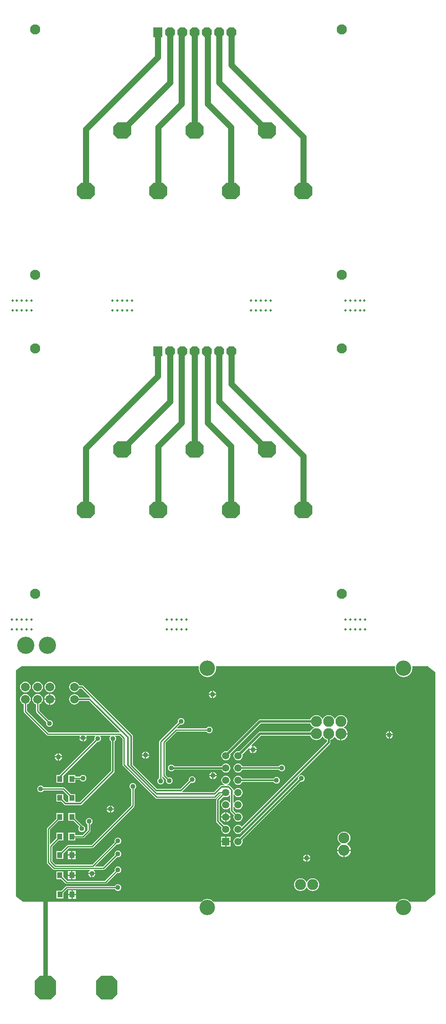
<source format=gtl>
G04*
G04 #@! TF.GenerationSoftware,Altium Limited,Altium Designer,18.0.12 (696)*
G04*
G04 Layer_Physical_Order=1*
G04 Layer_Color=255*
%FSAX24Y24*%
%MOIN*%
G70*
G01*
G75*
%ADD10C,0.0120*%
%ADD14C,0.0100*%
%ADD16C,0.0200*%
%ADD19R,0.0433X0.0492*%
%ADD21C,0.0200*%
%ADD29C,0.1260*%
%ADD35C,0.0350*%
%ADD36C,0.0150*%
%ADD37C,0.0300*%
%ADD38C,0.0500*%
%ADD39C,0.0700*%
%ADD40C,0.0720*%
%ADD41C,0.0900*%
%ADD42C,0.0591*%
%ADD43R,0.0591X0.0591*%
G04:AMPARAMS|DCode=44|XSize=175mil|YSize=195mil|CornerRadius=0mil|HoleSize=0mil|Usage=FLASHONLY|Rotation=0.000|XOffset=0mil|YOffset=0mil|HoleType=Round|Shape=Octagon|*
%AMOCTAGOND44*
4,1,8,-0.0438,0.0975,0.0438,0.0975,0.0875,0.0538,0.0875,-0.0538,0.0438,-0.0975,-0.0438,-0.0975,-0.0875,-0.0538,-0.0875,0.0538,-0.0438,0.0975,0.0*
%
%ADD44OCTAGOND44*%

%ADD45C,0.1400*%
G04:AMPARAMS|DCode=46|XSize=145mil|YSize=135mil|CornerRadius=0mil|HoleSize=0mil|Usage=FLASHONLY|Rotation=0.000|XOffset=0mil|YOffset=0mil|HoleType=Round|Shape=Octagon|*
%AMOCTAGOND46*
4,1,8,0.0725,-0.0338,0.0725,0.0338,0.0388,0.0675,-0.0388,0.0675,-0.0725,0.0338,-0.0725,-0.0338,-0.0388,-0.0675,0.0388,-0.0675,0.0725,-0.0338,0.0*
%
%ADD46OCTAGOND46*%

G04:AMPARAMS|DCode=47|XSize=77mil|YSize=80mil|CornerRadius=0mil|HoleSize=0mil|Usage=FLASHONLY|Rotation=0.000|XOffset=0mil|YOffset=0mil|HoleType=Round|Shape=Octagon|*
%AMOCTAGOND47*
4,1,8,-0.0193,0.0400,0.0193,0.0400,0.0385,0.0208,0.0385,-0.0208,0.0193,-0.0400,-0.0193,-0.0400,-0.0385,-0.0208,-0.0385,0.0208,-0.0193,0.0400,0.0*
%
%ADD47OCTAGOND47*%

%ADD48R,0.0770X0.0800*%
%ADD49C,0.0827*%
%ADD50C,0.0400*%
G36*
X034650Y029789D02*
Y011739D01*
X033836Y011100D01*
X032559D01*
X032547Y011114D01*
X032441Y011201D01*
X032319Y011266D01*
X032187Y011306D01*
X032050Y011320D01*
X031913Y011306D01*
X031781Y011266D01*
X031659Y011201D01*
X031553Y011114D01*
X031541Y011100D01*
X016559D01*
X016547Y011114D01*
X016441Y011201D01*
X016319Y011266D01*
X016187Y011306D01*
X016050Y011320D01*
X015913Y011306D01*
X015781Y011266D01*
X015659Y011201D01*
X015553Y011114D01*
X015541Y011100D01*
X000993D01*
X000450Y011526D01*
Y029959D01*
X000884Y030300D01*
X015332D01*
X015358Y030266D01*
X015360Y030250D01*
X015347Y030117D01*
X015360Y029979D01*
X015400Y029847D01*
X015465Y029726D01*
X015553Y029619D01*
X015659Y029532D01*
X015781Y029467D01*
X015913Y029427D01*
X016050Y029413D01*
X016187Y029427D01*
X016319Y029467D01*
X016441Y029532D01*
X016547Y029619D01*
X016635Y029726D01*
X016700Y029847D01*
X016740Y029979D01*
X016753Y030117D01*
X016740Y030250D01*
X016742Y030266D01*
X016768Y030300D01*
X031332D01*
X031358Y030266D01*
X031360Y030250D01*
X031347Y030117D01*
X031360Y029979D01*
X031400Y029847D01*
X031465Y029726D01*
X031553Y029619D01*
X031659Y029532D01*
X031781Y029467D01*
X031913Y029427D01*
X032050Y029413D01*
X032187Y029427D01*
X032319Y029467D01*
X032441Y029532D01*
X032547Y029619D01*
X032635Y029726D01*
X032700Y029847D01*
X032740Y029979D01*
X032753Y030117D01*
X032740Y030250D01*
X032742Y030266D01*
X032768Y030300D01*
X033999D01*
X034650Y029789D01*
D02*
G37*
%LPC*%
G36*
X003200Y029034D02*
X003088Y029019D01*
X002983Y028976D01*
X002893Y028907D01*
X002824Y028817D01*
X002781Y028712D01*
X002766Y028600D01*
X002781Y028488D01*
X002824Y028383D01*
X002893Y028293D01*
X002983Y028224D01*
X003088Y028181D01*
X003200Y028166D01*
X003312Y028181D01*
X003417Y028224D01*
X003507Y028293D01*
X003576Y028383D01*
X003619Y028488D01*
X003634Y028600D01*
X003619Y028712D01*
X003576Y028817D01*
X003507Y028907D01*
X003417Y028976D01*
X003312Y029019D01*
X003200Y029034D01*
D02*
G37*
G36*
X002200D02*
X002088Y029019D01*
X001983Y028976D01*
X001893Y028907D01*
X001824Y028817D01*
X001781Y028712D01*
X001766Y028600D01*
X001781Y028488D01*
X001824Y028383D01*
X001893Y028293D01*
X001983Y028224D01*
X002088Y028181D01*
X002200Y028166D01*
X002312Y028181D01*
X002417Y028224D01*
X002507Y028293D01*
X002576Y028383D01*
X002619Y028488D01*
X002634Y028600D01*
X002619Y028712D01*
X002576Y028817D01*
X002507Y028907D01*
X002417Y028976D01*
X002312Y029019D01*
X002200Y029034D01*
D02*
G37*
G36*
X001200D02*
X001088Y029019D01*
X000983Y028976D01*
X000893Y028907D01*
X000824Y028817D01*
X000781Y028712D01*
X000766Y028600D01*
X000781Y028488D01*
X000824Y028383D01*
X000893Y028293D01*
X000983Y028224D01*
X001088Y028181D01*
X001200Y028166D01*
X001312Y028181D01*
X001417Y028224D01*
X001507Y028293D01*
X001576Y028383D01*
X001619Y028488D01*
X001634Y028600D01*
X001619Y028712D01*
X001576Y028817D01*
X001507Y028907D01*
X001417Y028976D01*
X001312Y029019D01*
X001200Y029034D01*
D02*
G37*
G36*
X016512Y028296D02*
Y028050D01*
X016758D01*
X016754Y028078D01*
X016724Y028151D01*
X016676Y028214D01*
X016613Y028262D01*
X016540Y028292D01*
X016512Y028296D01*
D02*
G37*
G36*
X016412D02*
X016384Y028292D01*
X016311Y028262D01*
X016248Y028214D01*
X016200Y028151D01*
X016170Y028078D01*
X016166Y028050D01*
X016412D01*
Y028296D01*
D02*
G37*
G36*
X005200Y029024D02*
X005090Y029009D01*
X004988Y028967D01*
X004900Y028900D01*
X004833Y028812D01*
X004791Y028710D01*
X004776Y028600D01*
X004791Y028490D01*
X004833Y028388D01*
X004900Y028300D01*
X004988Y028233D01*
X005090Y028191D01*
X005200Y028176D01*
X005310Y028191D01*
X005412Y028233D01*
X005500Y028300D01*
X005567Y028388D01*
X005600Y028467D01*
X005785D01*
X006476Y027776D01*
X006452Y027730D01*
X006440Y027733D01*
X005600D01*
X005567Y027812D01*
X005500Y027900D01*
X005412Y027967D01*
X005310Y028009D01*
X005200Y028024D01*
X005090Y028009D01*
X004988Y027967D01*
X004900Y027900D01*
X004833Y027812D01*
X004791Y027710D01*
X004776Y027600D01*
X004791Y027490D01*
X004833Y027388D01*
X004900Y027300D01*
X004988Y027233D01*
X005090Y027191D01*
X005200Y027176D01*
X005310Y027191D01*
X005412Y027233D01*
X005500Y027300D01*
X005567Y027388D01*
X005600Y027467D01*
X006385D01*
X008910Y024942D01*
X008889Y024892D01*
X003081D01*
X001322Y026651D01*
Y027185D01*
X001417Y027224D01*
X001507Y027293D01*
X001576Y027383D01*
X001619Y027488D01*
X001634Y027600D01*
X001619Y027712D01*
X001576Y027817D01*
X001507Y027907D01*
X001417Y027976D01*
X001312Y028019D01*
X001200Y028034D01*
X001088Y028019D01*
X000983Y027976D01*
X000893Y027907D01*
X000824Y027817D01*
X000781Y027712D01*
X000766Y027600D01*
X000781Y027488D01*
X000824Y027383D01*
X000893Y027293D01*
X000983Y027224D01*
X001078Y027185D01*
Y026600D01*
X001087Y026553D01*
X001113Y026513D01*
X002943Y024683D01*
X002983Y024657D01*
X003030Y024648D01*
X005627D01*
X005649Y024603D01*
X005648Y024601D01*
X005618Y024528D01*
X005614Y024500D01*
X006206D01*
X006203Y024528D01*
X006172Y024601D01*
X006171Y024603D01*
X006193Y024648D01*
X006897D01*
X006914Y024598D01*
X006907Y024593D01*
X006864Y024536D01*
X006837Y024470D01*
X006828Y024400D01*
X006837Y024330D01*
X006853Y024291D01*
X003979Y021416D01*
X003721D01*
Y020784D01*
X004294D01*
Y021357D01*
X007069Y024132D01*
X007100Y024128D01*
X007170Y024137D01*
X007236Y024164D01*
X007293Y024207D01*
X007336Y024264D01*
X007363Y024330D01*
X007372Y024400D01*
X007363Y024470D01*
X007336Y024536D01*
X007293Y024593D01*
X007286Y024598D01*
X007303Y024648D01*
X008128D01*
X008145Y024598D01*
X008139Y024593D01*
X008095Y024536D01*
X008068Y024470D01*
X008059Y024400D01*
X008068Y024330D01*
X008095Y024264D01*
X008139Y024207D01*
X008195Y024164D01*
X008199Y024163D01*
Y021786D01*
X005645Y019233D01*
X005327D01*
X005283Y019249D01*
X005283Y019283D01*
Y019881D01*
X004892D01*
X004387Y020387D01*
X004347Y020413D01*
X004300Y020422D01*
X002692D01*
X002686Y020436D01*
X002643Y020493D01*
X002586Y020536D01*
X002520Y020563D01*
X002450Y020572D01*
X002380Y020563D01*
X002314Y020536D01*
X002257Y020493D01*
X002214Y020436D01*
X002187Y020370D01*
X002178Y020300D01*
X002187Y020230D01*
X002214Y020164D01*
X002257Y020107D01*
X002314Y020064D01*
X002380Y020037D01*
X002450Y020028D01*
X002520Y020037D01*
X002586Y020064D01*
X002643Y020107D01*
X002686Y020164D01*
X002692Y020178D01*
X004249D01*
X004710Y019717D01*
X004710Y019249D01*
X004667Y019233D01*
X004533D01*
X004299Y019466D01*
Y019881D01*
X003726D01*
Y019249D01*
X004141D01*
X004384Y019006D01*
X004427Y018978D01*
X004478Y018967D01*
X005700D01*
X005751Y018978D01*
X005794Y019006D01*
X008425Y021638D01*
X008454Y021681D01*
X008464Y021731D01*
Y024163D01*
X008467Y024164D01*
X008524Y024207D01*
X008567Y024264D01*
X008594Y024330D01*
X008604Y024400D01*
X008594Y024470D01*
X008567Y024536D01*
X008524Y024593D01*
X008517Y024598D01*
X008534Y024648D01*
X008865D01*
X009128Y024385D01*
Y022280D01*
X009137Y022233D01*
X009163Y022193D01*
X011823Y019533D01*
X011863Y019507D01*
X011910Y019498D01*
X016640D01*
X016687Y019507D01*
X016727Y019533D01*
X017061Y019868D01*
X017121D01*
X017140Y019821D01*
X016796Y019478D01*
X016768Y019435D01*
X016757Y019384D01*
Y017660D01*
X016768Y017609D01*
X016796Y017566D01*
X017216Y017147D01*
X017194Y017095D01*
X017182Y017000D01*
X017194Y016905D01*
X017231Y016816D01*
X017289Y016739D01*
X017366Y016681D01*
X017455Y016644D01*
X017550Y016632D01*
X017645Y016644D01*
X017734Y016681D01*
X017811Y016739D01*
X017869Y016816D01*
X017906Y016905D01*
X017918Y017000D01*
X017906Y017095D01*
X017869Y017184D01*
X017811Y017261D01*
X017734Y017319D01*
X017645Y017356D01*
X017550Y017368D01*
X017455Y017356D01*
X017403Y017334D01*
X017023Y017715D01*
Y019329D01*
X017372Y019678D01*
X017455Y019644D01*
X017550Y019632D01*
X017645Y019644D01*
X017734Y019681D01*
X017811Y019739D01*
X017857Y019801D01*
X017907Y019784D01*
Y019216D01*
X017857Y019199D01*
X017811Y019261D01*
X017734Y019319D01*
X017645Y019356D01*
X017550Y019368D01*
X017455Y019356D01*
X017366Y019319D01*
X017289Y019261D01*
X017231Y019184D01*
X017194Y019095D01*
X017182Y019000D01*
X017194Y018905D01*
X017231Y018816D01*
X017289Y018739D01*
X017366Y018681D01*
X017455Y018644D01*
X017550Y018632D01*
X017645Y018644D01*
X017734Y018681D01*
X017811Y018739D01*
X017857Y018801D01*
X017907Y018784D01*
Y018510D01*
X017918Y018459D01*
X017946Y018416D01*
X018216Y018147D01*
X018194Y018095D01*
X018182Y018000D01*
X018194Y017905D01*
X018231Y017816D01*
X018289Y017739D01*
X018366Y017681D01*
X018455Y017644D01*
X018550Y017632D01*
X018645Y017644D01*
X018734Y017681D01*
X018811Y017739D01*
X018869Y017816D01*
X018906Y017905D01*
X018918Y018000D01*
X018906Y018095D01*
X018869Y018184D01*
X018811Y018261D01*
X018734Y018319D01*
X018645Y018356D01*
X018550Y018368D01*
X018455Y018356D01*
X018403Y018334D01*
X018173Y018565D01*
Y018826D01*
X018223Y018836D01*
X018231Y018816D01*
X018289Y018739D01*
X018366Y018681D01*
X018455Y018644D01*
X018550Y018632D01*
X018645Y018644D01*
X018734Y018681D01*
X018811Y018739D01*
X018869Y018816D01*
X018906Y018905D01*
X018918Y019000D01*
X018906Y019095D01*
X018869Y019184D01*
X018811Y019261D01*
X018734Y019319D01*
X018645Y019356D01*
X018550Y019368D01*
X018455Y019356D01*
X018366Y019319D01*
X018289Y019261D01*
X018231Y019184D01*
X018223Y019164D01*
X018173Y019174D01*
Y019826D01*
X018223Y019836D01*
X018231Y019816D01*
X018289Y019739D01*
X018366Y019681D01*
X018455Y019644D01*
X018550Y019632D01*
X018645Y019644D01*
X018734Y019681D01*
X018811Y019739D01*
X018869Y019816D01*
X018906Y019905D01*
X018918Y020000D01*
X018906Y020095D01*
X018869Y020184D01*
X018811Y020261D01*
X018734Y020319D01*
X018645Y020356D01*
X018550Y020368D01*
X018455Y020356D01*
X018366Y020319D01*
X018289Y020261D01*
X018243Y020199D01*
X018194Y020190D01*
X018180Y020192D01*
X018173Y020200D01*
X018162Y020251D01*
X018134Y020294D01*
X017874Y020554D01*
X017831Y020582D01*
X017780Y020593D01*
X017637D01*
X017633Y020643D01*
X017645Y020644D01*
X017734Y020681D01*
X017811Y020739D01*
X017869Y020816D01*
X017906Y020905D01*
X017918Y021000D01*
X017906Y021095D01*
X017869Y021184D01*
X017811Y021261D01*
X017734Y021319D01*
X017645Y021356D01*
X017550Y021368D01*
X017455Y021356D01*
X017366Y021319D01*
X017289Y021261D01*
X017231Y021184D01*
X017194Y021095D01*
X017182Y021000D01*
X017194Y020905D01*
X017231Y020816D01*
X017289Y020739D01*
X017366Y020681D01*
X017455Y020644D01*
X017467Y020643D01*
X017463Y020593D01*
X017197D01*
X017146Y020582D01*
X017103Y020554D01*
X016572Y020023D01*
X014009D01*
X013994Y020073D01*
X014000Y020076D01*
X014716Y020793D01*
X014730Y020787D01*
X014800Y020778D01*
X014870Y020787D01*
X014936Y020814D01*
X014993Y020857D01*
X015036Y020914D01*
X015063Y020980D01*
X015072Y021050D01*
X015063Y021120D01*
X015036Y021186D01*
X014993Y021243D01*
X014936Y021286D01*
X014870Y021313D01*
X014800Y021322D01*
X014730Y021313D01*
X014664Y021286D01*
X014607Y021243D01*
X014564Y021186D01*
X014537Y021120D01*
X014528Y021050D01*
X014536Y020987D01*
X013851Y020303D01*
X011938D01*
X009973Y022268D01*
Y024600D01*
X009962Y024651D01*
X009934Y024694D01*
X005934Y028694D01*
X005891Y028722D01*
X005840Y028733D01*
X005600D01*
X005567Y028812D01*
X005500Y028900D01*
X005412Y028967D01*
X005310Y029009D01*
X005200Y029024D01*
D02*
G37*
G36*
X016758Y027950D02*
X016512D01*
Y027704D01*
X016540Y027708D01*
X016613Y027738D01*
X016676Y027786D01*
X016724Y027849D01*
X016754Y027922D01*
X016758Y027950D01*
D02*
G37*
G36*
X016412D02*
X016166D01*
X016170Y027922D01*
X016200Y027849D01*
X016248Y027786D01*
X016311Y027738D01*
X016384Y027708D01*
X016412Y027704D01*
Y027950D01*
D02*
G37*
G36*
X003250Y028057D02*
Y027650D01*
X003657D01*
X003648Y027720D01*
X003602Y027832D01*
X003528Y027928D01*
X003432Y028002D01*
X003320Y028048D01*
X003250Y028057D01*
D02*
G37*
G36*
X003150D02*
X003080Y028048D01*
X002968Y028002D01*
X002872Y027928D01*
X002798Y027832D01*
X002752Y027720D01*
X002743Y027650D01*
X003150D01*
Y028057D01*
D02*
G37*
G36*
X003657Y027550D02*
X003250D01*
Y027143D01*
X003320Y027152D01*
X003432Y027198D01*
X003528Y027272D01*
X003602Y027368D01*
X003648Y027480D01*
X003657Y027550D01*
D02*
G37*
G36*
X003150D02*
X002743D01*
X002752Y027480D01*
X002798Y027368D01*
X002872Y027272D01*
X002968Y027198D01*
X003080Y027152D01*
X003150Y027143D01*
Y027550D01*
D02*
G37*
G36*
X026932Y026314D02*
X026796Y026296D01*
X026670Y026244D01*
X026561Y026161D01*
X026478Y026052D01*
X026457Y026002D01*
X026407D01*
X026386Y026052D01*
X026303Y026161D01*
X026194Y026244D01*
X026068Y026296D01*
X025932Y026314D01*
X025796Y026296D01*
X025670Y026244D01*
X025561Y026161D01*
X025478Y026052D01*
X025457Y026002D01*
X025407D01*
X025386Y026052D01*
X025303Y026161D01*
X025194Y026244D01*
X025068Y026296D01*
X024932Y026314D01*
X024796Y026296D01*
X024670Y026244D01*
X024561Y026161D01*
X024478Y026052D01*
X024441Y025963D01*
X020340D01*
X020273Y025950D01*
X020217Y025912D01*
X017656Y023351D01*
X017645Y023356D01*
X017550Y023368D01*
X017455Y023356D01*
X017366Y023319D01*
X017289Y023261D01*
X017231Y023184D01*
X017194Y023095D01*
X017182Y023000D01*
X017194Y022905D01*
X017231Y022816D01*
X017289Y022739D01*
X017366Y022681D01*
X017455Y022644D01*
X017550Y022632D01*
X017645Y022644D01*
X017734Y022681D01*
X017811Y022739D01*
X017869Y022816D01*
X017906Y022905D01*
X017918Y023000D01*
X017906Y023095D01*
X017901Y023106D01*
X020412Y025616D01*
X024441D01*
X024478Y025528D01*
X024561Y025419D01*
X024670Y025336D01*
X024720Y025315D01*
Y025265D01*
X024670Y025244D01*
X024561Y025161D01*
X024478Y025052D01*
X024441Y024963D01*
X020340D01*
X020273Y024950D01*
X020217Y024912D01*
X018656Y023351D01*
X018645Y023356D01*
X018550Y023368D01*
X018455Y023356D01*
X018366Y023319D01*
X018289Y023261D01*
X018231Y023184D01*
X018194Y023095D01*
X018182Y023000D01*
X018194Y022905D01*
X018231Y022816D01*
X018289Y022739D01*
X018366Y022681D01*
X018455Y022644D01*
X018550Y022632D01*
X018645Y022644D01*
X018734Y022681D01*
X018811Y022739D01*
X018869Y022816D01*
X018906Y022905D01*
X018918Y023000D01*
X018906Y023095D01*
X018901Y023106D01*
X019436Y023641D01*
X019478Y023613D01*
X019468Y023587D01*
X019464Y023559D01*
X019710D01*
Y023805D01*
X019682Y023801D01*
X019656Y023790D01*
X019628Y023833D01*
X020412Y024616D01*
X024441D01*
X024478Y024528D01*
X024561Y024419D01*
X024670Y024336D01*
X024796Y024283D01*
X024932Y024265D01*
X025068Y024283D01*
X025194Y024336D01*
X025303Y024419D01*
X025386Y024528D01*
X025407Y024578D01*
X025457D01*
X025478Y024528D01*
X025561Y024419D01*
X025670Y024336D01*
X025784Y024288D01*
Y024143D01*
X018877Y017236D01*
X018827Y017239D01*
X018811Y017261D01*
X018734Y017319D01*
X018645Y017356D01*
X018550Y017368D01*
X018455Y017356D01*
X018366Y017319D01*
X018289Y017261D01*
X018231Y017184D01*
X018194Y017095D01*
X018182Y017000D01*
X018194Y016905D01*
X018231Y016816D01*
X018289Y016739D01*
X018366Y016681D01*
X018455Y016644D01*
X018550Y016632D01*
X018645Y016644D01*
X018734Y016681D01*
X018811Y016739D01*
X018869Y016816D01*
X018887Y016860D01*
X018907Y016863D01*
X018955Y016895D01*
X026036Y023977D01*
X026068Y024025D01*
X026080Y024082D01*
Y024288D01*
X026194Y024336D01*
X026303Y024419D01*
X026386Y024528D01*
X026391Y024539D01*
X026441Y024539D01*
X026451Y024512D01*
X026540Y024398D01*
X026655Y024309D01*
X026788Y024254D01*
X026882Y024242D01*
Y024790D01*
X026932D01*
Y024840D01*
X027480D01*
X027468Y024933D01*
X027412Y025067D01*
X027324Y025182D01*
X027209Y025270D01*
X027183Y025281D01*
Y025331D01*
X027194Y025336D01*
X027303Y025419D01*
X027386Y025528D01*
X027439Y025654D01*
X027456Y025790D01*
X027439Y025926D01*
X027386Y026052D01*
X027303Y026161D01*
X027194Y026244D01*
X027068Y026296D01*
X026932Y026314D01*
D02*
G37*
G36*
X013900Y026072D02*
X013830Y026063D01*
X013764Y026036D01*
X013707Y025993D01*
X013664Y025936D01*
X013637Y025870D01*
X013628Y025800D01*
X013637Y025730D01*
X013643Y025716D01*
X012143Y024217D01*
X012117Y024177D01*
X012108Y024130D01*
Y021182D01*
X012094Y021176D01*
X012037Y021133D01*
X011994Y021076D01*
X011967Y021010D01*
X011958Y020940D01*
X011967Y020870D01*
X011994Y020804D01*
X012037Y020747D01*
X012094Y020704D01*
X012160Y020677D01*
X012230Y020668D01*
X012300Y020677D01*
X012366Y020704D01*
X012423Y020747D01*
X012466Y020804D01*
X012493Y020870D01*
X012502Y020940D01*
X012493Y021010D01*
X012466Y021076D01*
X012423Y021133D01*
X012366Y021176D01*
X012352Y021182D01*
Y021327D01*
X012366Y021332D01*
X012402Y021335D01*
X012423Y021303D01*
X012673Y021054D01*
X012667Y021040D01*
X012658Y020970D01*
X012667Y020900D01*
X012694Y020834D01*
X012737Y020777D01*
X012794Y020734D01*
X012860Y020707D01*
X012930Y020698D01*
X013000Y020707D01*
X013066Y020734D01*
X013123Y020777D01*
X013166Y020834D01*
X013193Y020900D01*
X013202Y020970D01*
X013193Y021040D01*
X013166Y021106D01*
X013123Y021163D01*
X013066Y021206D01*
X013000Y021233D01*
X012930Y021242D01*
X012860Y021233D01*
X012846Y021227D01*
X012632Y021441D01*
Y024049D01*
X013561Y024978D01*
X015958D01*
X015964Y024964D01*
X016007Y024907D01*
X016064Y024864D01*
X016130Y024837D01*
X016200Y024828D01*
X016270Y024837D01*
X016336Y024864D01*
X016393Y024907D01*
X016436Y024964D01*
X016463Y025030D01*
X016472Y025100D01*
X016463Y025170D01*
X016436Y025236D01*
X016393Y025293D01*
X016336Y025336D01*
X016270Y025363D01*
X016200Y025372D01*
X016130Y025363D01*
X016064Y025336D01*
X016007Y025293D01*
X015964Y025236D01*
X015958Y025222D01*
X013566D01*
X013545Y025272D01*
X013816Y025543D01*
X013830Y025537D01*
X013900Y025528D01*
X013970Y025537D01*
X014036Y025564D01*
X014093Y025607D01*
X014136Y025664D01*
X014163Y025730D01*
X014172Y025800D01*
X014163Y025870D01*
X014136Y025936D01*
X014093Y025993D01*
X014036Y026036D01*
X013970Y026063D01*
X013900Y026072D01*
D02*
G37*
G36*
X002200Y028034D02*
X002088Y028019D01*
X001983Y027976D01*
X001893Y027907D01*
X001824Y027817D01*
X001781Y027712D01*
X001766Y027600D01*
X001781Y027488D01*
X001824Y027383D01*
X001893Y027293D01*
X001983Y027224D01*
X002078Y027185D01*
Y026620D01*
X002087Y026573D01*
X002113Y026533D01*
X002909Y025738D01*
X002897Y025710D01*
X002888Y025640D01*
X002897Y025570D01*
X002924Y025504D01*
X002967Y025447D01*
X003024Y025404D01*
X003090Y025377D01*
X003160Y025368D01*
X003230Y025377D01*
X003296Y025404D01*
X003353Y025447D01*
X003396Y025504D01*
X003423Y025570D01*
X003432Y025640D01*
X003423Y025710D01*
X003396Y025776D01*
X003353Y025833D01*
X003296Y025876D01*
X003230Y025903D01*
X003160Y025912D01*
X003090Y025903D01*
X002322Y026671D01*
Y027185D01*
X002417Y027224D01*
X002507Y027293D01*
X002576Y027383D01*
X002619Y027488D01*
X002634Y027600D01*
X002619Y027712D01*
X002576Y027817D01*
X002507Y027907D01*
X002417Y027976D01*
X002312Y028019D01*
X002200Y028034D01*
D02*
G37*
G36*
X030932Y024996D02*
Y024750D01*
X031178D01*
X031174Y024778D01*
X031144Y024851D01*
X031096Y024914D01*
X031033Y024962D01*
X030960Y024992D01*
X030932Y024996D01*
D02*
G37*
G36*
X030832D02*
X030804Y024992D01*
X030731Y024962D01*
X030668Y024914D01*
X030620Y024851D01*
X030590Y024778D01*
X030586Y024750D01*
X030832D01*
Y024996D01*
D02*
G37*
G36*
X031178Y024650D02*
X030932D01*
Y024404D01*
X030960Y024408D01*
X031033Y024438D01*
X031096Y024486D01*
X031144Y024549D01*
X031174Y024622D01*
X031178Y024650D01*
D02*
G37*
G36*
X030832D02*
X030586D01*
X030590Y024622D01*
X030620Y024549D01*
X030668Y024486D01*
X030731Y024438D01*
X030804Y024408D01*
X030832Y024404D01*
Y024650D01*
D02*
G37*
G36*
X027480Y024740D02*
X026982D01*
Y024242D01*
X027075Y024254D01*
X027209Y024309D01*
X027324Y024398D01*
X027412Y024512D01*
X027468Y024646D01*
X027480Y024740D01*
D02*
G37*
G36*
X006206Y024400D02*
X005960D01*
Y024154D01*
X005989Y024158D01*
X006062Y024188D01*
X006124Y024236D01*
X006172Y024299D01*
X006203Y024372D01*
X006206Y024400D01*
D02*
G37*
G36*
X005860D02*
X005614D01*
X005618Y024372D01*
X005648Y024299D01*
X005696Y024236D01*
X005759Y024188D01*
X005832Y024158D01*
X005860Y024154D01*
Y024400D01*
D02*
G37*
G36*
X019810Y023805D02*
Y023559D01*
X020056D01*
X020052Y023587D01*
X020022Y023660D01*
X019974Y023722D01*
X019911Y023771D01*
X019838Y023801D01*
X019810Y023805D01*
D02*
G37*
G36*
X020056Y023459D02*
X019810D01*
Y023213D01*
X019838Y023216D01*
X019911Y023246D01*
X019974Y023295D01*
X020022Y023357D01*
X020052Y023430D01*
X020056Y023459D01*
D02*
G37*
G36*
X019710D02*
X019464D01*
X019468Y023430D01*
X019498Y023357D01*
X019546Y023295D01*
X019609Y023246D01*
X019682Y023216D01*
X019710Y023213D01*
Y023459D01*
D02*
G37*
G36*
X011050Y023346D02*
Y023100D01*
X011296D01*
X011292Y023128D01*
X011262Y023201D01*
X011214Y023264D01*
X011151Y023312D01*
X011078Y023342D01*
X011050Y023346D01*
D02*
G37*
G36*
X010950D02*
X010922Y023342D01*
X010849Y023312D01*
X010786Y023264D01*
X010738Y023201D01*
X010708Y023128D01*
X010704Y023100D01*
X010950D01*
Y023346D01*
D02*
G37*
G36*
X003950Y023196D02*
Y022950D01*
X004196D01*
X004192Y022978D01*
X004162Y023051D01*
X004114Y023114D01*
X004051Y023162D01*
X003978Y023192D01*
X003950Y023196D01*
D02*
G37*
G36*
X003850D02*
X003822Y023192D01*
X003749Y023162D01*
X003686Y023114D01*
X003638Y023051D01*
X003608Y022978D01*
X003604Y022950D01*
X003850D01*
Y023196D01*
D02*
G37*
G36*
X011296Y023000D02*
X011050D01*
Y022754D01*
X011078Y022758D01*
X011151Y022788D01*
X011214Y022836D01*
X011262Y022899D01*
X011292Y022972D01*
X011296Y023000D01*
D02*
G37*
G36*
X010950D02*
X010704D01*
X010708Y022972D01*
X010738Y022899D01*
X010786Y022836D01*
X010849Y022788D01*
X010922Y022758D01*
X010950Y022754D01*
Y023000D01*
D02*
G37*
G36*
X004196Y022850D02*
X003950D01*
Y022604D01*
X003978Y022608D01*
X004051Y022638D01*
X004114Y022686D01*
X004162Y022749D01*
X004192Y022822D01*
X004196Y022850D01*
D02*
G37*
G36*
X003850D02*
X003604D01*
X003608Y022822D01*
X003638Y022749D01*
X003686Y022686D01*
X003749Y022638D01*
X003822Y022608D01*
X003850Y022604D01*
Y022850D01*
D02*
G37*
G36*
X017550Y022368D02*
X017455Y022356D01*
X017366Y022319D01*
X017289Y022261D01*
X017231Y022184D01*
X017216Y022148D01*
X013326D01*
X013299Y022183D01*
X013243Y022226D01*
X013177Y022253D01*
X013107Y022262D01*
X013036Y022253D01*
X012971Y022226D01*
X012914Y022183D01*
X012871Y022126D01*
X012844Y022060D01*
X012835Y021990D01*
X012844Y021920D01*
X012871Y021854D01*
X012914Y021797D01*
X012971Y021754D01*
X013036Y021727D01*
X013107Y021718D01*
X013177Y021727D01*
X013243Y021754D01*
X013299Y021797D01*
X013341Y021852D01*
X017216D01*
X017231Y021816D01*
X017289Y021739D01*
X017366Y021681D01*
X017455Y021644D01*
X017550Y021632D01*
X017645Y021644D01*
X017734Y021681D01*
X017811Y021739D01*
X017869Y021816D01*
X017906Y021905D01*
X017918Y022000D01*
X017906Y022095D01*
X017869Y022184D01*
X017811Y022261D01*
X017734Y022319D01*
X017645Y022356D01*
X017550Y022368D01*
D02*
G37*
G36*
X018550D02*
X018455Y022356D01*
X018366Y022319D01*
X018289Y022261D01*
X018231Y022184D01*
X018194Y022095D01*
X018182Y022000D01*
X018194Y021905D01*
X018231Y021816D01*
X018289Y021739D01*
X018366Y021681D01*
X018455Y021644D01*
X018550Y021632D01*
X018645Y021644D01*
X018734Y021681D01*
X018811Y021739D01*
X018869Y021816D01*
X018890Y021867D01*
X021863D01*
X021864Y021864D01*
X021907Y021807D01*
X021964Y021764D01*
X022030Y021737D01*
X022100Y021728D01*
X022170Y021737D01*
X022236Y021764D01*
X022293Y021807D01*
X022336Y021864D01*
X022363Y021930D01*
X022372Y022000D01*
X022363Y022070D01*
X022336Y022136D01*
X022293Y022193D01*
X022236Y022236D01*
X022170Y022263D01*
X022100Y022272D01*
X022030Y022263D01*
X021964Y022236D01*
X021907Y022193D01*
X021864Y022136D01*
X021863Y022133D01*
X018890D01*
X018869Y022184D01*
X018811Y022261D01*
X018734Y022319D01*
X018645Y022356D01*
X018550Y022368D01*
D02*
G37*
G36*
X016550Y021681D02*
Y021435D01*
X016796D01*
X016792Y021463D01*
X016762Y021536D01*
X016714Y021599D01*
X016651Y021647D01*
X016578Y021677D01*
X016550Y021681D01*
D02*
G37*
G36*
X016450D02*
X016422Y021677D01*
X016349Y021647D01*
X016286Y021599D01*
X016238Y021536D01*
X016208Y021463D01*
X016204Y021435D01*
X016450D01*
Y021681D01*
D02*
G37*
G36*
X005900Y021444D02*
X005830Y021435D01*
X005764Y021408D01*
X005707Y021364D01*
X005664Y021308D01*
X005658Y021294D01*
X005279D01*
Y021416D01*
X004706D01*
Y020784D01*
X005279D01*
Y021049D01*
X005658D01*
X005664Y021036D01*
X005707Y020979D01*
X005764Y020936D01*
X005830Y020909D01*
X005900Y020899D01*
X005970Y020909D01*
X006036Y020936D01*
X006093Y020979D01*
X006136Y021036D01*
X006163Y021101D01*
X006172Y021172D01*
X006163Y021242D01*
X006136Y021308D01*
X006093Y021364D01*
X006036Y021408D01*
X005970Y021435D01*
X005900Y021444D01*
D02*
G37*
G36*
X016796Y021335D02*
X016550D01*
Y021089D01*
X016578Y021093D01*
X016651Y021123D01*
X016714Y021171D01*
X016762Y021234D01*
X016792Y021307D01*
X016796Y021335D01*
D02*
G37*
G36*
X016450D02*
X016204D01*
X016208Y021307D01*
X016238Y021234D01*
X016286Y021171D01*
X016349Y021123D01*
X016422Y021093D01*
X016450Y021089D01*
Y021335D01*
D02*
G37*
G36*
X023700Y021422D02*
X023630Y021413D01*
X023564Y021386D01*
X023507Y021343D01*
X023464Y021286D01*
X023437Y021220D01*
X023428Y021150D01*
X023435Y021094D01*
X018682Y016341D01*
X018645Y016356D01*
X018550Y016368D01*
X018455Y016356D01*
X018366Y016319D01*
X018289Y016261D01*
X018231Y016184D01*
X018194Y016095D01*
X018182Y016000D01*
X018194Y015905D01*
X018231Y015816D01*
X018289Y015739D01*
X018366Y015681D01*
X018455Y015644D01*
X018550Y015632D01*
X018645Y015644D01*
X018734Y015681D01*
X018811Y015739D01*
X018869Y015816D01*
X018906Y015905D01*
X018918Y016000D01*
X018906Y016095D01*
X018891Y016132D01*
X023644Y020885D01*
X023700Y020878D01*
X023770Y020887D01*
X023836Y020914D01*
X023893Y020957D01*
X023936Y021014D01*
X023963Y021080D01*
X023972Y021150D01*
X023963Y021220D01*
X023936Y021286D01*
X023893Y021343D01*
X023836Y021386D01*
X023770Y021413D01*
X023700Y021422D01*
D02*
G37*
G36*
X018550Y021368D02*
X018455Y021356D01*
X018366Y021319D01*
X018289Y021261D01*
X018231Y021184D01*
X018194Y021095D01*
X018182Y021000D01*
X018194Y020905D01*
X018231Y020816D01*
X018289Y020739D01*
X018366Y020681D01*
X018455Y020644D01*
X018550Y020632D01*
X018645Y020644D01*
X018734Y020681D01*
X018811Y020739D01*
X018869Y020816D01*
X018890Y020867D01*
X021446D01*
X021447Y020864D01*
X021491Y020807D01*
X021547Y020764D01*
X021613Y020737D01*
X021683Y020728D01*
X021754Y020737D01*
X021819Y020764D01*
X021876Y020807D01*
X021919Y020864D01*
X021946Y020930D01*
X021955Y021000D01*
X021946Y021070D01*
X021919Y021136D01*
X021876Y021193D01*
X021819Y021236D01*
X021754Y021263D01*
X021683Y021272D01*
X021613Y021263D01*
X021547Y021236D01*
X021491Y021193D01*
X021447Y021136D01*
X021446Y021133D01*
X018890D01*
X018869Y021184D01*
X018811Y021261D01*
X018734Y021319D01*
X018645Y021356D01*
X018550Y021368D01*
D02*
G37*
G36*
X008185Y018946D02*
Y018700D01*
X008431D01*
X008427Y018728D01*
X008397Y018801D01*
X008349Y018864D01*
X008286Y018912D01*
X008213Y018942D01*
X008185Y018946D01*
D02*
G37*
G36*
X008085D02*
X008056Y018942D01*
X007983Y018912D01*
X007921Y018864D01*
X007873Y018801D01*
X007842Y018728D01*
X007839Y018700D01*
X008085D01*
Y018946D01*
D02*
G37*
G36*
X008431Y018600D02*
X008185D01*
Y018354D01*
X008213Y018358D01*
X008286Y018388D01*
X008349Y018436D01*
X008397Y018499D01*
X008427Y018572D01*
X008431Y018600D01*
D02*
G37*
G36*
X008085D02*
X007839D01*
X007842Y018572D01*
X007873Y018499D01*
X007921Y018436D01*
X007983Y018388D01*
X008056Y018358D01*
X008085Y018354D01*
Y018600D01*
D02*
G37*
G36*
X017600Y018392D02*
Y018050D01*
X017942D01*
X017935Y018103D01*
X017895Y018199D01*
X017832Y018282D01*
X017749Y018345D01*
X017653Y018385D01*
X017600Y018392D01*
D02*
G37*
G36*
X017500D02*
X017447Y018385D01*
X017351Y018345D01*
X017268Y018282D01*
X017205Y018199D01*
X017165Y018103D01*
X017158Y018050D01*
X017500D01*
Y018392D01*
D02*
G37*
G36*
X017942Y017950D02*
X017600D01*
Y017608D01*
X017653Y017615D01*
X017749Y017655D01*
X017832Y017718D01*
X017895Y017801D01*
X017935Y017897D01*
X017942Y017950D01*
D02*
G37*
G36*
X017500D02*
X017158D01*
X017165Y017897D01*
X017205Y017801D01*
X017268Y017718D01*
X017351Y017655D01*
X017447Y017615D01*
X017500Y017608D01*
Y017950D01*
D02*
G37*
G36*
X005283Y018316D02*
X004710D01*
Y017684D01*
X005125D01*
X005590Y017220D01*
X005564Y017186D01*
X005537Y017120D01*
X005528Y017050D01*
X005537Y016980D01*
X005564Y016914D01*
X005607Y016857D01*
X005664Y016814D01*
X005730Y016787D01*
X005800Y016778D01*
X005870Y016787D01*
X005936Y016814D01*
X005993Y016857D01*
X006036Y016914D01*
X006063Y016980D01*
X006072Y017050D01*
X006063Y017120D01*
X006036Y017186D01*
X005993Y017243D01*
X005936Y017286D01*
X005872Y017313D01*
X005283Y017901D01*
Y018316D01*
D02*
G37*
G36*
X006393Y017922D02*
X006322Y017913D01*
X006256Y017886D01*
X006200Y017843D01*
X006157Y017786D01*
X006130Y017720D01*
X006120Y017650D01*
X006130Y017580D01*
X006157Y017514D01*
X006200Y017457D01*
X006256Y017414D01*
X006270Y017408D01*
Y016943D01*
X005860Y016533D01*
X005283D01*
Y016726D01*
X004710D01*
Y016094D01*
X005283D01*
Y016288D01*
X005910D01*
X005957Y016297D01*
X005997Y016324D01*
X006479Y016806D01*
X006506Y016846D01*
X006515Y016893D01*
Y017408D01*
X006529Y017414D01*
X006585Y017457D01*
X006628Y017514D01*
X006656Y017580D01*
X006665Y017650D01*
X006656Y017720D01*
X006628Y017786D01*
X006585Y017843D01*
X006529Y017886D01*
X006463Y017913D01*
X006393Y017922D01*
D02*
G37*
G36*
X017945Y016395D02*
X017600D01*
Y016050D01*
X017945D01*
Y016395D01*
D02*
G37*
G36*
X017500D02*
X017155D01*
Y016050D01*
X017500D01*
Y016395D01*
D02*
G37*
G36*
X004299Y018316D02*
X003726D01*
Y017857D01*
X002993Y017124D01*
X002967Y017085D01*
X002958Y017038D01*
Y014300D01*
X002967Y014253D01*
X002993Y014213D01*
X003463Y013743D01*
X003503Y013717D01*
X003550Y013708D01*
X006449D01*
X006462Y013678D01*
X006463Y013658D01*
X006406Y013614D01*
X006358Y013551D01*
X006328Y013478D01*
X006324Y013450D01*
X006916D01*
X006912Y013478D01*
X006882Y013551D01*
X006834Y013614D01*
X006777Y013658D01*
X006778Y013678D01*
X006791Y013708D01*
X007580D01*
X007627Y013717D01*
X007667Y013743D01*
X008666Y014743D01*
X008680Y014737D01*
X008750Y014728D01*
X008820Y014737D01*
X008886Y014764D01*
X008943Y014807D01*
X008986Y014864D01*
X009013Y014930D01*
X009022Y015000D01*
X009013Y015070D01*
X008986Y015136D01*
X008943Y015193D01*
X008886Y015236D01*
X008820Y015263D01*
X008750Y015272D01*
X008680Y015263D01*
X008614Y015236D01*
X008557Y015193D01*
X008514Y015136D01*
X008487Y015070D01*
X008478Y015000D01*
X008487Y014930D01*
X008493Y014916D01*
X007529Y013952D01*
X006891D01*
X006872Y013999D01*
X008666Y015793D01*
X008680Y015787D01*
X008750Y015778D01*
X008820Y015787D01*
X008886Y015814D01*
X008943Y015857D01*
X008986Y015914D01*
X009013Y015980D01*
X009022Y016050D01*
X009013Y016120D01*
X008986Y016186D01*
X008943Y016243D01*
X008886Y016286D01*
X008820Y016313D01*
X008750Y016322D01*
X008680Y016313D01*
X008614Y016286D01*
X008557Y016243D01*
X008514Y016186D01*
X008487Y016120D01*
X008478Y016050D01*
X008487Y015980D01*
X008493Y015966D01*
X006652Y014125D01*
X003678D01*
X003392Y014411D01*
Y015587D01*
X003899Y016094D01*
X004299D01*
Y016726D01*
X003726D01*
Y016267D01*
X003249Y015790D01*
X003202Y015809D01*
Y016987D01*
X003899Y017684D01*
X004299D01*
Y018316D01*
D02*
G37*
G36*
X017945Y015950D02*
X017600D01*
Y015605D01*
X017945D01*
Y015950D01*
D02*
G37*
G36*
X017500D02*
X017155D01*
Y015605D01*
X017500D01*
Y015950D01*
D02*
G37*
G36*
X027182Y016814D02*
X027046Y016796D01*
X026920Y016744D01*
X026811Y016661D01*
X026728Y016552D01*
X026675Y016426D01*
X026657Y016290D01*
X026675Y016154D01*
X026728Y016028D01*
X026811Y015919D01*
X026920Y015836D01*
X026931Y015831D01*
X026931Y015781D01*
X026905Y015770D01*
X026790Y015682D01*
X026701Y015567D01*
X026646Y015433D01*
X026634Y015340D01*
X027730D01*
X027718Y015433D01*
X027662Y015567D01*
X027574Y015682D01*
X027459Y015770D01*
X027433Y015781D01*
X027433Y015831D01*
X027444Y015836D01*
X027553Y015919D01*
X027636Y016028D01*
X027689Y016154D01*
X027706Y016290D01*
X027689Y016426D01*
X027636Y016552D01*
X027553Y016661D01*
X027444Y016744D01*
X027318Y016796D01*
X027182Y016814D01*
D02*
G37*
G36*
X005309Y015246D02*
X005042D01*
Y014950D01*
X005309D01*
Y015246D01*
D02*
G37*
G36*
X004942D02*
X004676D01*
Y014950D01*
X004942D01*
Y015246D01*
D02*
G37*
G36*
X027730Y015240D02*
X027232D01*
Y014742D01*
X027325Y014754D01*
X027459Y014809D01*
X027574Y014898D01*
X027662Y015012D01*
X027718Y015146D01*
X027730Y015240D01*
D02*
G37*
G36*
X027132D02*
X026634D01*
X026646Y015146D01*
X026701Y015012D01*
X026790Y014898D01*
X026905Y014809D01*
X027038Y014754D01*
X027132Y014742D01*
Y015240D01*
D02*
G37*
G36*
X024195Y014946D02*
Y014700D01*
X024441D01*
X024437Y014728D01*
X024407Y014801D01*
X024359Y014864D01*
X024296Y014912D01*
X024223Y014942D01*
X024195Y014946D01*
D02*
G37*
G36*
X024095D02*
X024066Y014942D01*
X023993Y014912D01*
X023931Y014864D01*
X023883Y014801D01*
X023852Y014728D01*
X023849Y014700D01*
X024095D01*
Y014946D01*
D02*
G37*
G36*
X009970Y020772D02*
X009900Y020763D01*
X009834Y020736D01*
X009777Y020693D01*
X009734Y020636D01*
X009707Y020570D01*
X009698Y020500D01*
X009707Y020430D01*
X009734Y020364D01*
X009777Y020307D01*
X009834Y020264D01*
X009848Y020258D01*
Y018971D01*
X006599Y015722D01*
X004678D01*
X004632Y015713D01*
X004592Y015687D01*
X004121Y015216D01*
X003721D01*
Y014584D01*
X004294D01*
Y015043D01*
X004729Y015478D01*
X006650D01*
X006697Y015487D01*
X006737Y015513D01*
X010057Y018833D01*
X010083Y018873D01*
X010092Y018920D01*
Y020258D01*
X010106Y020264D01*
X010163Y020307D01*
X010206Y020364D01*
X010233Y020430D01*
X010242Y020500D01*
X010233Y020570D01*
X010206Y020636D01*
X010163Y020693D01*
X010106Y020736D01*
X010040Y020763D01*
X009970Y020772D01*
D02*
G37*
G36*
X005309Y014850D02*
X005042D01*
Y014554D01*
X005309D01*
Y014850D01*
D02*
G37*
G36*
X004942D02*
X004676D01*
Y014554D01*
X004942D01*
Y014850D01*
D02*
G37*
G36*
X024441Y014600D02*
X024195D01*
Y014354D01*
X024223Y014358D01*
X024296Y014388D01*
X024359Y014436D01*
X024407Y014499D01*
X024437Y014572D01*
X024441Y014600D01*
D02*
G37*
G36*
X024095D02*
X023849D01*
X023852Y014572D01*
X023883Y014499D01*
X023931Y014436D01*
X023993Y014388D01*
X024066Y014358D01*
X024095Y014354D01*
Y014600D01*
D02*
G37*
G36*
X005313Y013607D02*
X005047D01*
Y013311D01*
X005313D01*
Y013607D01*
D02*
G37*
G36*
X004947D02*
X004680D01*
Y013311D01*
X004947D01*
Y013607D01*
D02*
G37*
G36*
X006916Y013350D02*
X006670D01*
Y013104D01*
X006698Y013108D01*
X006771Y013138D01*
X006834Y013186D01*
X006882Y013249D01*
X006912Y013322D01*
X006916Y013350D01*
D02*
G37*
G36*
X006570D02*
X006324D01*
X006328Y013322D01*
X006358Y013249D01*
X006406Y013186D01*
X006469Y013138D01*
X006542Y013108D01*
X006570Y013104D01*
Y013350D01*
D02*
G37*
G36*
X005313Y013211D02*
X005047D01*
Y012915D01*
X005313D01*
Y013211D01*
D02*
G37*
G36*
X004947D02*
X004680D01*
Y012915D01*
X004947D01*
Y013211D01*
D02*
G37*
G36*
X008750Y013972D02*
X008680Y013963D01*
X008614Y013936D01*
X008557Y013893D01*
X008514Y013836D01*
X008487Y013770D01*
X008478Y013700D01*
X008487Y013630D01*
X008493Y013616D01*
X007679Y012802D01*
X004614D01*
X004299Y013118D01*
Y013577D01*
X003726D01*
Y012945D01*
X004126D01*
X004477Y012593D01*
X004517Y012567D01*
X004564Y012558D01*
X007730D01*
X007777Y012567D01*
X007817Y012593D01*
X008666Y013443D01*
X008680Y013437D01*
X008750Y013428D01*
X008820Y013437D01*
X008886Y013464D01*
X008943Y013507D01*
X008986Y013564D01*
X009013Y013630D01*
X009022Y013700D01*
X009013Y013770D01*
X008986Y013836D01*
X008943Y013893D01*
X008886Y013936D01*
X008820Y013963D01*
X008750Y013972D01*
D02*
G37*
G36*
X024632Y013014D02*
X024496Y012996D01*
X024370Y012944D01*
X024261Y012861D01*
X024178Y012752D01*
X024157Y012702D01*
X024107D01*
X024086Y012752D01*
X024003Y012861D01*
X023894Y012944D01*
X023768Y012996D01*
X023632Y013014D01*
X023496Y012996D01*
X023370Y012944D01*
X023261Y012861D01*
X023178Y012752D01*
X023125Y012626D01*
X023107Y012490D01*
X023125Y012354D01*
X023178Y012228D01*
X023261Y012119D01*
X023370Y012036D01*
X023496Y011983D01*
X023632Y011965D01*
X023768Y011983D01*
X023894Y012036D01*
X024003Y012119D01*
X024086Y012228D01*
X024107Y012278D01*
X024157D01*
X024178Y012228D01*
X024261Y012119D01*
X024370Y012036D01*
X024496Y011983D01*
X024632Y011965D01*
X024768Y011983D01*
X024894Y012036D01*
X025003Y012119D01*
X025086Y012228D01*
X025139Y012354D01*
X025156Y012490D01*
X025139Y012626D01*
X025086Y012752D01*
X025003Y012861D01*
X024894Y012944D01*
X024768Y012996D01*
X024632Y013014D01*
D02*
G37*
G36*
X008750Y012522D02*
X008680Y012513D01*
X008614Y012486D01*
X008557Y012443D01*
X008514Y012386D01*
X008508Y012372D01*
X004554D01*
X004508Y012363D01*
X004468Y012337D01*
X004133Y012002D01*
X003733D01*
Y011370D01*
X004306D01*
Y011829D01*
X004605Y012128D01*
X008508D01*
X008514Y012114D01*
X008557Y012057D01*
X008614Y012014D01*
X008680Y011987D01*
X008750Y011978D01*
X008820Y011987D01*
X008886Y012014D01*
X008943Y012057D01*
X008986Y012114D01*
X009013Y012180D01*
X009022Y012250D01*
X009013Y012320D01*
X008986Y012386D01*
X008943Y012443D01*
X008886Y012486D01*
X008820Y012513D01*
X008750Y012522D01*
D02*
G37*
G36*
X005320Y012032D02*
X005054D01*
Y011736D01*
X005320D01*
Y012032D01*
D02*
G37*
G36*
X004954D02*
X004687D01*
Y011736D01*
X004954D01*
Y012032D01*
D02*
G37*
G36*
X005320Y011636D02*
X005054D01*
Y011340D01*
X005320D01*
Y011636D01*
D02*
G37*
G36*
X004954D02*
X004687D01*
Y011340D01*
X004954D01*
Y011636D01*
D02*
G37*
%LPD*%
D10*
X018550Y022000D02*
X022100D01*
X018550Y021000D02*
X021683D01*
X018040Y018510D02*
X018550Y018000D01*
X008331Y021731D02*
Y024400D01*
X005700Y019100D02*
X008331Y021731D01*
X004478Y019100D02*
X005700D01*
X004013Y019565D02*
X004478Y019100D01*
X004997Y018000D02*
X005800Y017197D01*
Y017050D02*
Y017197D01*
X007046Y024346D02*
X007100Y024400D01*
X004008Y021100D02*
Y021258D01*
X007046Y024296D01*
Y024346D01*
X018040Y018510D02*
Y020200D01*
X017780Y020460D02*
X018040Y020200D01*
X014786Y021050D02*
X014800D01*
X005200Y028600D02*
X005840D01*
X005200Y027600D02*
X006440D01*
X009551Y024489D01*
X017197Y020460D02*
X017780D01*
X005840Y028600D02*
X009840Y024600D01*
X016627Y019890D02*
X017197Y020460D01*
X013906Y020170D02*
X014786Y021050D01*
X009551Y022233D02*
Y024489D01*
Y022233D02*
X011895Y019890D01*
X016627D01*
X009840Y022213D02*
Y024600D01*
Y022213D02*
X011883Y020170D01*
X013906D01*
X016890Y017660D02*
X017550Y017000D01*
X016890Y017660D02*
Y019384D01*
X017528Y020022D01*
D14*
X002200Y026620D02*
Y027600D01*
X001200Y026600D02*
Y027600D01*
X003160Y025640D02*
Y025660D01*
X002200Y026620D02*
X003160Y025660D01*
X004992Y021100D02*
X005064Y021172D01*
X004997Y019565D02*
Y019603D01*
X004300Y020300D02*
X004997Y019603D01*
X002450Y020300D02*
X004300D01*
X004020Y011686D02*
Y011715D01*
X004013Y016381D02*
Y016410D01*
Y017970D02*
Y018000D01*
X004020Y011715D02*
X004554Y012250D01*
X004008Y014900D02*
Y014930D01*
X005064Y021172D02*
X005789D01*
X004008Y014930D02*
X004678Y015600D01*
X006650D01*
X004997Y016410D02*
X005910D01*
X006393Y016893D01*
Y017722D01*
X001200Y026600D02*
X003030Y024770D01*
X005789Y021172D02*
X005900Y021283D01*
Y021172D02*
Y021283D01*
X012510Y024100D02*
X013510Y025100D01*
X016200D01*
X012230Y024130D02*
X013900Y025800D01*
X012230Y020940D02*
Y024130D01*
X006650Y015600D02*
X009970Y018920D01*
Y020500D01*
X012510Y021390D02*
Y024100D01*
Y021390D02*
X012930Y020970D01*
X003030Y024770D02*
X008915D01*
X009250Y024435D01*
X004013Y013231D02*
Y013261D01*
X004554Y012250D02*
X008750D01*
X004013Y013231D02*
X004564Y012680D01*
X007730D01*
X008750Y013700D01*
X007580Y013830D02*
X008750Y015000D01*
X003550Y013830D02*
X007580D01*
X006703Y014003D02*
X008750Y016050D01*
X003627Y014003D02*
X006703D01*
X003080Y014300D02*
X003550Y013830D01*
X003080Y014300D02*
Y017038D01*
X004013Y017970D01*
X003270Y014360D02*
X003627Y014003D01*
X003270Y014360D02*
Y015638D01*
X004013Y016381D01*
X009250Y022280D02*
Y024435D01*
Y022280D02*
X011910Y019620D01*
X016640D01*
X017010Y019990D01*
X017540D01*
X017550Y020000D01*
D16*
Y023000D02*
X020340Y025790D01*
X024932D01*
X018550Y023000D02*
X020340Y024790D01*
X024932D01*
D19*
X004013Y019565D02*
D03*
X004997D02*
D03*
X005004Y011686D02*
D03*
X004020D02*
D03*
X004013Y018000D02*
D03*
X004997D02*
D03*
X004013Y016410D02*
D03*
X004997D02*
D03*
X004013Y013261D02*
D03*
X004997D02*
D03*
X004008Y014900D02*
D03*
X004992D02*
D03*
X004008Y021100D02*
D03*
X004992D02*
D03*
D21*
X000100Y033300D02*
D03*
X000500D02*
D03*
X000900D02*
D03*
X001300D02*
D03*
X001700D02*
D03*
Y034100D02*
D03*
X001300D02*
D03*
X000900D02*
D03*
X000500D02*
D03*
X000100D02*
D03*
X027300Y033300D02*
D03*
X027700D02*
D03*
X028100D02*
D03*
X028500D02*
D03*
X028900D02*
D03*
Y034100D02*
D03*
X028500D02*
D03*
X028100D02*
D03*
X027700D02*
D03*
X027300D02*
D03*
X012750Y033300D02*
D03*
X013150D02*
D03*
X013550D02*
D03*
X013950D02*
D03*
X014350D02*
D03*
Y034100D02*
D03*
X013950D02*
D03*
X013550D02*
D03*
X013150D02*
D03*
X012750D02*
D03*
X027300Y060101D02*
D03*
X027700D02*
D03*
X028100D02*
D03*
X028500D02*
D03*
X028820D02*
D03*
Y059301D02*
D03*
X028500D02*
D03*
X028100D02*
D03*
X027700D02*
D03*
X027300D02*
D03*
X001700Y060101D02*
D03*
X001300D02*
D03*
X000900D02*
D03*
X000500D02*
D03*
X000180D02*
D03*
Y059301D02*
D03*
X000500D02*
D03*
X000900D02*
D03*
X001300D02*
D03*
X001700D02*
D03*
X009900D02*
D03*
X009500D02*
D03*
X009100D02*
D03*
X008700D02*
D03*
X008300D02*
D03*
Y060101D02*
D03*
X008700D02*
D03*
X009100D02*
D03*
X009500D02*
D03*
X009900D02*
D03*
X019600D02*
D03*
X020000D02*
D03*
X020400D02*
D03*
X020800D02*
D03*
X021200D02*
D03*
Y059301D02*
D03*
X020800D02*
D03*
X020400D02*
D03*
X020000D02*
D03*
X019600D02*
D03*
D29*
X016050Y010617D02*
D03*
X032050D02*
D03*
Y030117D02*
D03*
X016050D02*
D03*
D35*
X002835Y004094D02*
Y011665D01*
D36*
X013107Y021990D02*
X013117Y022000D01*
X017550D01*
X018550Y017000D02*
X018850D01*
X025932Y024082D01*
Y024790D01*
X018550Y016000D02*
X023700Y021150D01*
D37*
X014942Y082030D02*
X015000Y081971D01*
X014942Y056030D02*
X015000Y055971D01*
D38*
Y073951D02*
Y081971D01*
X009094Y073951D02*
X013000Y077856D01*
Y081971D01*
X006142Y069030D02*
Y074075D01*
X012000Y079933D01*
Y081971D01*
X018000Y079305D02*
Y081971D01*
Y079305D02*
X023858Y073447D01*
Y069030D02*
Y073447D01*
X017000Y077856D02*
Y081971D01*
Y077856D02*
X020906Y073951D01*
X016000Y081971D02*
X016062Y081910D01*
X013932Y081903D02*
X014000Y081971D01*
X012047Y069030D02*
Y074248D01*
X013932Y076133D01*
Y081903D01*
X016062Y076139D02*
Y081910D01*
Y076139D02*
X017953Y074248D01*
Y069030D02*
Y074248D01*
Y043030D02*
Y048248D01*
X016062Y050139D02*
X017953Y048248D01*
X016062Y050139D02*
Y055910D01*
X013932Y050133D02*
Y055903D01*
X012047Y048248D02*
X013932Y050133D01*
X012047Y043030D02*
Y048248D01*
X013932Y055903D02*
X014000Y055971D01*
X016000D02*
X016062Y055910D01*
X017000Y051856D02*
X020906Y047951D01*
X017000Y051856D02*
Y055971D01*
X023858Y043030D02*
Y047447D01*
X018000Y053305D02*
X023858Y047447D01*
X018000Y053305D02*
Y055971D01*
X012000Y053933D02*
Y055971D01*
X006142Y048075D02*
X012000Y053933D01*
X006142Y043030D02*
Y048075D01*
X013000Y051856D02*
Y055971D01*
X009094Y047951D02*
X013000Y051856D01*
X015000Y047951D02*
Y055971D01*
D39*
X005200Y028600D02*
D03*
Y027600D02*
D03*
D40*
X003200Y028600D02*
D03*
Y027600D02*
D03*
X002200Y028600D02*
D03*
Y027600D02*
D03*
X001200Y028600D02*
D03*
Y027600D02*
D03*
D41*
X026932Y024790D02*
D03*
Y025790D02*
D03*
X025932D02*
D03*
X024932D02*
D03*
Y024790D02*
D03*
X025932D02*
D03*
X027182Y016290D02*
D03*
Y015290D02*
D03*
X024632Y012490D02*
D03*
X023632D02*
D03*
D42*
X018550Y023000D02*
D03*
X017550D02*
D03*
X018550Y022000D02*
D03*
X017550D02*
D03*
X018550Y021000D02*
D03*
X017550D02*
D03*
X018550Y020000D02*
D03*
X017550D02*
D03*
X018550Y019000D02*
D03*
X017550D02*
D03*
X018550Y018000D02*
D03*
X017550D02*
D03*
X018550Y017000D02*
D03*
X017550D02*
D03*
X018550Y016000D02*
D03*
D43*
X017550D02*
D03*
D44*
X002835Y004094D02*
D03*
X007835D02*
D03*
D45*
X003000Y032000D02*
D03*
X001250D02*
D03*
D46*
X023858Y069030D02*
D03*
X020906Y073951D02*
D03*
X017953Y069030D02*
D03*
X015000Y073951D02*
D03*
X012047Y069030D02*
D03*
X009094Y073951D02*
D03*
X006142Y069030D02*
D03*
Y043030D02*
D03*
X009094Y047951D02*
D03*
X012047Y043030D02*
D03*
X015000Y047951D02*
D03*
X017953Y043030D02*
D03*
X020906Y047951D02*
D03*
X023858Y043030D02*
D03*
D47*
X014000Y081971D02*
D03*
X013000D02*
D03*
X015000D02*
D03*
X016000D02*
D03*
X017000D02*
D03*
X018000D02*
D03*
Y055971D02*
D03*
X017000D02*
D03*
X016000D02*
D03*
X015000D02*
D03*
X013000D02*
D03*
X014000D02*
D03*
D48*
X012000Y081971D02*
D03*
Y055971D02*
D03*
D49*
X002000Y062201D02*
D03*
Y082201D02*
D03*
X027000D02*
D03*
Y062201D02*
D03*
Y036201D02*
D03*
Y056201D02*
D03*
X002000D02*
D03*
Y036201D02*
D03*
D50*
X003900Y022900D02*
D03*
X016462Y028000D02*
D03*
X016500Y021385D02*
D03*
X008135Y018650D02*
D03*
X011000Y023050D02*
D03*
X005910Y024450D02*
D03*
X019760Y023509D02*
D03*
X030882Y024700D02*
D03*
X024145Y014650D02*
D03*
X022100Y022000D02*
D03*
X021683Y021000D02*
D03*
X013107Y021990D02*
D03*
X003160Y025640D02*
D03*
X016200Y025100D02*
D03*
X013900Y025800D02*
D03*
X002450Y020300D02*
D03*
X008750Y012250D02*
D03*
Y013700D02*
D03*
Y015000D02*
D03*
Y016050D02*
D03*
X014800Y021050D02*
D03*
X008331Y024400D02*
D03*
X007100D02*
D03*
X006393Y017650D02*
D03*
X005800Y017050D02*
D03*
X023700Y021150D02*
D03*
X005900Y021172D02*
D03*
X012230Y020940D02*
D03*
X012930Y020970D02*
D03*
X009970Y020500D02*
D03*
X006620Y013400D02*
D03*
M02*

</source>
